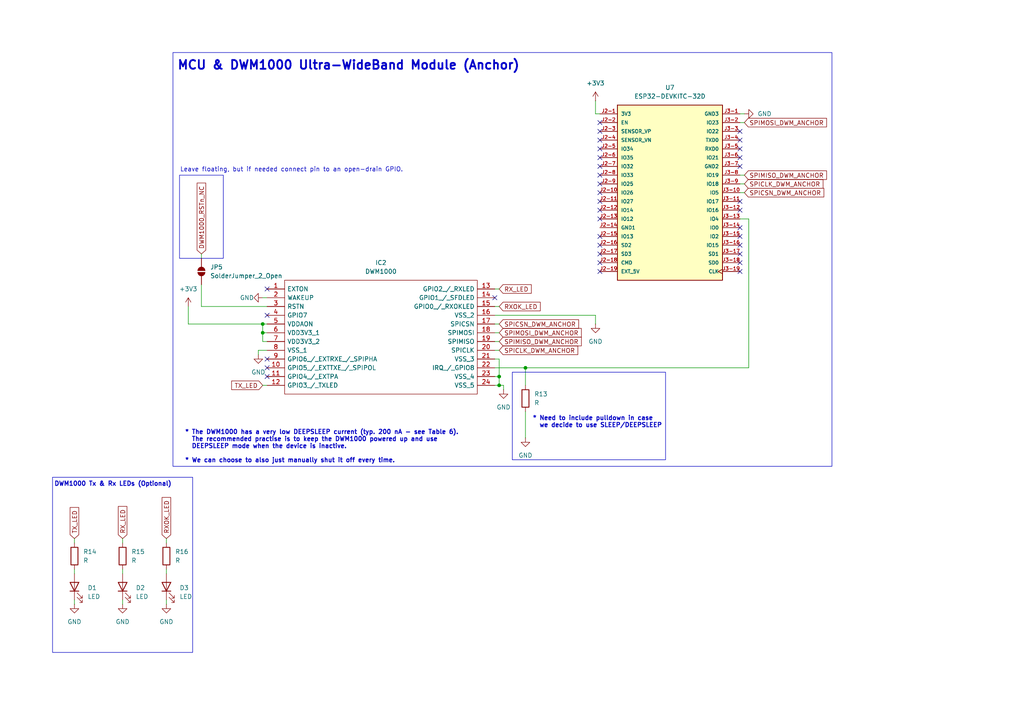
<source format=kicad_sch>
(kicad_sch (version 20231120) (generator "eeschema") (generator_version "8.0")
  (paper "A4")
  (lib_symbols
    (symbol "DWM1000_1" (pin_names (offset 0.762))
      (property "Reference" "IC" (at 62.23 7.62 0))
      (property "Value" "DWM1000" (at 62.23 5.08 0))
      (symbol "DWM1000_1_0_0"
        (pin passive line (at 0 0 0) (length 5.08) (name "EXTON") (number "1"))
        (pin passive line (at 0 -22.86 0) (length 5.08) (name "GPIO5_/_EXTTXE_/_SPIPOL") (number "10"))
        (pin passive line (at 0 -25.4 0) (length 5.08) (name "GPIO4_/_EXTPA") (number "11"))
        (pin passive line (at 0 -27.94 0) (length 5.08) (name "GPIO3_/_TXLED") (number "12"))
        (pin passive line (at 66.04 0 180) (length 5.08) (name "GPIO2_/_RXLED") (number "13"))
        (pin passive line (at 66.04 -2.54 180) (length 5.08) (name "GPIO1_/_SFDLED") (number "14"))
        (pin passive line (at 66.04 -5.08 180) (length 5.08) (name "GPIO0_/_RXOKLED") (number "15"))
        (pin passive line (at 66.04 -7.62 180) (length 5.08) (name "VSS_2") (number "16"))
        (pin passive line (at 66.04 -10.16 180) (length 5.08) (name "SPICSN") (number "17"))
        (pin passive line (at 66.04 -12.7 180) (length 5.08) (name "SPIMOSI") (number "18"))
        (pin passive line (at 66.04 -15.24 180) (length 5.08) (name "SPIMISO") (number "19"))
        (pin passive line (at 0 -2.54 0) (length 5.08) (name "WAKEUP") (number "2"))
        (pin passive line (at 66.04 -17.78 180) (length 5.08) (name "SPICLK") (number "20"))
        (pin passive line (at 66.04 -20.32 180) (length 5.08) (name "VSS_3") (number "21"))
        (pin passive line (at 66.04 -22.86 180) (length 5.08) (name "IRQ_/_GPIO8") (number "22"))
        (pin passive line (at 66.04 -25.4 180) (length 5.08) (name "VSS_4") (number "23"))
        (pin passive line (at 66.04 -27.94 180) (length 5.08) (name "VSS_5") (number "24"))
        (pin passive line (at 0 -5.08 0) (length 5.08) (name "RSTN") (number "3"))
        (pin passive line (at 0 -7.62 0) (length 5.08) (name "GPIO7") (number "4"))
        (pin passive line (at 0 -10.16 0) (length 5.08) (name "VDDAON") (number "5"))
        (pin passive line (at 0 -12.7 0) (length 5.08) (name "VDD3V3_1") (number "6"))
        (pin passive line (at 0 -15.24 0) (length 5.08) (name "VDD3V3_2") (number "7"))
        (pin passive line (at 0 -17.78 0) (length 5.08) (name "VSS_1") (number "8"))
        (pin passive line (at 0 -20.32 0) (length 5.08) (name "GPIO6_/_EXTRXE_/_SPIPHA") (number "9"))
      )
      (symbol "DWM1000_1_0_1"
        (polyline (pts (xy 5.08 2.54) (xy 60.96 2.54) (xy 60.96 -30.48) (xy 5.08 -30.48) (xy 5.08 2.54)) (stroke (width 0.1524)))
      )
    )
    (symbol "Device:LED" (pin_numbers hide) (pin_names (offset 1.016) hide)
      (property "Reference" "D" (at 0 2.54 0))
      (property "Value" "LED" (at 0 -2.54 0))
      (symbol "LED_0_1"
        (polyline (pts (xy -1.27 -1.27) (xy -1.27 1.27)) (stroke (width 0.254)))
        (polyline (pts (xy -1.27 0) (xy 1.27 0)))
        (polyline (pts (xy 1.27 -1.27) (xy 1.27 1.27) (xy -1.27 0) (xy 1.27 -1.27)) (stroke (width 0.254)))
        (polyline (pts (xy -3.048 -0.762) (xy -4.572 -2.286) (xy -3.81 -2.286) (xy -4.572 -2.286) (xy -4.572 -1.524)))
        (polyline (pts (xy -1.778 -0.762) (xy -3.302 -2.286) (xy -2.54 -2.286) (xy -3.302 -2.286) (xy -3.302 -1.524)))
      )
      (symbol "LED_1_1"
        (pin passive line (at -3.81 0 0) (length 2.54) (name "K") (number "1"))
        (pin passive line (at 3.81 0 180) (length 2.54) (name "A") (number "2"))
      )
    )
    (symbol "Device:R" (pin_numbers hide) (pin_names (offset 0))
      (property "Reference" "R" (at 2.032 0 90))
      (property "Value" "R" (at 0 0 90))
      (symbol "R_0_1"
        (rectangle (start -1.016 -2.54) (end 1.016 2.54) (stroke (width 0.254)))
      )
      (symbol "R_1_1"
        (pin passive line (at 0 3.81 270) (length 1.27) (name "~") (number "1"))
        (pin passive line (at 0 -3.81 90) (length 1.27) (name "~") (number "2"))
      )
    )
    (symbol "Jumper:SolderJumper_2_Open" (pin_numbers hide) (pin_names (offset 0) hide) (exclude_from_sim yes) (in_bom no)
      (property "Reference" "JP" (at 0 2.032 0))
      (property "Value" "SolderJumper_2_Open" (at 0 -2.54 0))
      (symbol "SolderJumper_2_Open_0_1"
        (arc (start -0.254 1.016) (mid -1.2656 0) (end -0.254 -1.016))
        (arc (start -0.254 1.016) (mid -1.2656 0) (end -0.254 -1.016) (fill (type outline)))
        (polyline (pts (xy -0.254 1.016) (xy -0.254 -1.016)))
        (polyline (pts (xy 0.254 1.016) (xy 0.254 -1.016)))
        (arc (start 0.254 -1.016) (mid 1.2656 0) (end 0.254 1.016))
        (arc (start 0.254 -1.016) (mid 1.2656 0) (end 0.254 1.016) (fill (type outline)))
      )
      (symbol "SolderJumper_2_Open_1_1"
        (pin passive line (at -3.81 0 0) (length 2.54) (name "A") (number "1"))
        (pin passive line (at 3.81 0 180) (length 2.54) (name "B") (number "2"))
      )
    )
    (symbol "capstone:ESP32-DEVKITC-32D" (pin_names (offset 1.016))
      (property "Reference" "U" (at -15.2572 26.0643 0))
      (property "Value" "ESP32-DEVKITC-32D" (at -15.2563 -27.9698 0))
      (symbol "ESP32-DEVKITC-32D_0_0"
        (rectangle (start -15.24 25.4) (end 15.24 -25.4) (stroke (width 0.254)) (fill (type background)))
        (pin power_in line (at -20.32 22.86 0) (length 5.08) (name "3V3") (number "J2-1"))
        (pin bidirectional line (at -20.32 0 0) (length 5.08) (name "IO26") (number "J2-10"))
        (pin bidirectional line (at -20.32 -2.54 0) (length 5.08) (name "IO27") (number "J2-11"))
        (pin bidirectional line (at -20.32 -5.08 0) (length 5.08) (name "IO14") (number "J2-12"))
        (pin bidirectional line (at -20.32 -7.62 0) (length 5.08) (name "IO12") (number "J2-13"))
        (pin power_in line (at -20.32 -10.16 0) (length 5.08) (name "GND1") (number "J2-14"))
        (pin bidirectional line (at -20.32 -12.7 0) (length 5.08) (name "IO13") (number "J2-15"))
        (pin bidirectional line (at -20.32 -15.24 0) (length 5.08) (name "SD2") (number "J2-16"))
        (pin bidirectional line (at -20.32 -17.78 0) (length 5.08) (name "SD3") (number "J2-17"))
        (pin bidirectional line (at -20.32 -20.32 0) (length 5.08) (name "CMD") (number "J2-18"))
        (pin power_in line (at -20.32 -22.86 0) (length 5.08) (name "EXT_5V") (number "J2-19"))
        (pin input line (at -20.32 20.32 0) (length 5.08) (name "EN") (number "J2-2"))
        (pin input line (at -20.32 17.78 0) (length 5.08) (name "SENSOR_VP") (number "J2-3"))
        (pin input line (at -20.32 15.24 0) (length 5.08) (name "SENSOR_VN") (number "J2-4"))
        (pin bidirectional line (at -20.32 12.7 0) (length 5.08) (name "IO34") (number "J2-5"))
        (pin bidirectional line (at -20.32 10.16 0) (length 5.08) (name "IO35") (number "J2-6"))
        (pin bidirectional line (at -20.32 7.62 0) (length 5.08) (name "IO32") (number "J2-7"))
        (pin bidirectional line (at -20.32 5.08 0) (length 5.08) (name "IO33") (number "J2-8"))
        (pin bidirectional line (at -20.32 2.54 0) (length 5.08) (name "IO25") (number "J2-9"))
        (pin power_in line (at 20.32 22.86 180) (length 5.08) (name "GND3") (number "J3-1"))
        (pin bidirectional line (at 20.32 0 180) (length 5.08) (name "IO5") (number "J3-10"))
        (pin bidirectional line (at 20.32 -2.54 180) (length 5.08) (name "IO17") (number "J3-11"))
        (pin bidirectional line (at 20.32 -5.08 180) (length 5.08) (name "IO16") (number "J3-12"))
        (pin bidirectional line (at 20.32 -7.62 180) (length 5.08) (name "IO4") (number "J3-13"))
        (pin bidirectional line (at 20.32 -10.16 180) (length 5.08) (name "IO0") (number "J3-14"))
        (pin bidirectional line (at 20.32 -12.7 180) (length 5.08) (name "IO2") (number "J3-15"))
        (pin bidirectional line (at 20.32 -15.24 180) (length 5.08) (name "IO15") (number "J3-16"))
        (pin bidirectional line (at 20.32 -17.78 180) (length 5.08) (name "SD1") (number "J3-17"))
        (pin bidirectional line (at 20.32 -20.32 180) (length 5.08) (name "SD0") (number "J3-18"))
        (pin input clock (at 20.32 -22.86 180) (length 5.08) (name "CLK") (number "J3-19"))
        (pin bidirectional line (at 20.32 20.32 180) (length 5.08) (name "IO23") (number "J3-2"))
        (pin bidirectional line (at 20.32 17.78 180) (length 5.08) (name "IO22") (number "J3-3"))
        (pin output line (at 20.32 15.24 180) (length 5.08) (name "TXD0") (number "J3-4"))
        (pin input line (at 20.32 12.7 180) (length 5.08) (name "RXD0") (number "J3-5"))
        (pin bidirectional line (at 20.32 10.16 180) (length 5.08) (name "IO21") (number "J3-6"))
        (pin power_in line (at 20.32 7.62 180) (length 5.08) (name "GND2") (number "J3-7"))
        (pin bidirectional line (at 20.32 5.08 180) (length 5.08) (name "IO19") (number "J3-8"))
        (pin bidirectional line (at 20.32 2.54 180) (length 5.08) (name "IO18") (number "J3-9"))
      )
    )
    (symbol "power:+3V3" (power) (pin_numbers hide) (pin_names (offset 0) hide)
      (property "Value" "+3V3" (at 0 3.556 0))
      (symbol "+3V3_0_1"
        (polyline (pts (xy -0.762 1.27) (xy 0 2.54)))
        (polyline (pts (xy 0 0) (xy 0 2.54)))
        (polyline (pts (xy 0 2.54) (xy 0.762 1.27)))
      )
      (symbol "+3V3_1_1"
        (pin power_in line (at 0 0 90) (length 0) (name "~") (number "1"))
      )
    )
    (symbol "power:GND" (power) (pin_numbers hide) (pin_names (offset 0) hide)
      (property "Value" "GND" (at 0 -3.81 0))
      (symbol "GND_0_1"
        (polyline (pts (xy 0 0) (xy 0 -1.27) (xy 1.27 -1.27) (xy 0 -2.54) (xy -1.27 -1.27) (xy 0 -1.27)))
      )
      (symbol "GND_1_1"
        (pin power_in line (at 0 0 270) (length 0) (name "~") (number "1"))
      )
    )
  )
  (junction (at 152.4 106.68))
  (junction (at 76.2 96.52))
  (junction (at 144.78 109.22))
  (junction (at 76.2 93.98))
  (junction (at 144.78 111.76))
  (no_connect (at 214.63 60.96))
  (no_connect (at 173.99 53.34))
  (no_connect (at 214.63 73.66))
  (no_connect (at 214.63 68.58))
  (no_connect (at 214.63 58.42))
  (no_connect (at 173.99 48.26))
  (no_connect (at 214.63 48.26))
  (no_connect (at 214.63 66.04))
  (no_connect (at 77.47 104.14))
  (no_connect (at 173.99 76.2))
  (no_connect (at 173.99 71.12))
  (no_connect (at 173.99 40.64))
  (no_connect (at 214.63 40.64))
  (no_connect (at 173.99 68.58))
  (no_connect (at 173.99 35.56))
  (no_connect (at 214.63 38.1))
  (no_connect (at 77.47 106.68))
  (no_connect (at 214.63 43.18))
  (no_connect (at 214.63 45.72))
  (no_connect (at 214.63 76.2))
  (no_connect (at 214.63 78.74))
  (no_connect (at 77.47 109.22))
  (no_connect (at 77.47 83.82))
  (no_connect (at 173.99 78.74))
  (no_connect (at 173.99 43.18))
  (no_connect (at 173.99 60.96))
  (no_connect (at 214.63 71.12))
  (no_connect (at 173.99 50.8))
  (no_connect (at 173.99 73.66))
  (no_connect (at 173.99 45.72))
  (no_connect (at 173.99 63.5))
  (no_connect (at 173.99 38.1))
  (no_connect (at 143.51 86.36))
  (no_connect (at 77.47 91.44))
  (no_connect (at 173.99 55.88))
  (no_connect (at 173.99 58.42))
  (wire (pts (xy 76.2 96.52) (xy 77.47 96.52)))
  (wire (pts (xy 76.2 93.98) (xy 76.2 96.52)))
  (wire (pts (xy 76.2 99.06) (xy 77.47 99.06)))
  (wire (pts (xy 152.4 106.68) (xy 217.17 106.68)))
  (wire (pts (xy 217.17 63.5) (xy 217.17 106.68)))
  (wire (pts (xy 172.72 29.21) (xy 172.72 33.02)))
  (wire (pts (xy 48.26 156.21) (xy 48.26 157.48)))
  (wire (pts (xy 35.56 173.99) (xy 35.56 175.26)))
  (wire (pts (xy 152.4 111.76) (xy 152.4 106.68)))
  (wire (pts (xy 215.9 35.56) (xy 214.63 35.56)))
  (wire (pts (xy 215.9 33.02) (xy 214.63 33.02)))
  (wire (pts (xy 21.59 156.21) (xy 21.59 157.48)))
  (wire (pts (xy 215.9 53.34) (xy 214.63 53.34)))
  (wire (pts (xy 173.99 33.02) (xy 172.72 33.02)))
  (wire (pts (xy 35.56 165.1) (xy 35.56 166.37)))
  (wire (pts (xy 144.78 104.14) (xy 144.78 109.22)))
  (wire (pts (xy 144.78 93.98) (xy 143.51 93.98)))
  (wire (pts (xy 215.9 50.8) (xy 214.63 50.8)))
  (wire (pts (xy 144.78 111.76) (xy 146.05 111.76)))
  (wire (pts (xy 144.78 88.9) (xy 143.51 88.9)))
  (wire (pts (xy 35.56 156.21) (xy 35.56 157.48)))
  (wire (pts (xy 76.2 111.76) (xy 77.47 111.76)))
  (wire (pts (xy 144.78 83.82) (xy 143.51 83.82)))
  (wire (pts (xy 144.78 109.22) (xy 143.51 109.22)))
  (wire (pts (xy 76.2 96.52) (xy 76.2 99.06)))
  (wire (pts (xy 74.93 101.6) (xy 74.93 102.87)))
  (wire (pts (xy 144.78 99.06) (xy 143.51 99.06)))
  (wire (pts (xy 54.61 93.98) (xy 54.61 88.9)))
  (wire (pts (xy 172.72 91.44) (xy 172.72 93.98)))
  (wire (pts (xy 48.26 173.99) (xy 48.26 175.26)))
  (wire (pts (xy 77.47 101.6) (xy 74.93 101.6)))
  (wire (pts (xy 144.78 96.52) (xy 143.51 96.52)))
  (wire (pts (xy 21.59 165.1) (xy 21.59 166.37)))
  (wire (pts (xy 143.51 111.76) (xy 144.78 111.76)))
  (wire (pts (xy 21.59 173.99) (xy 21.59 175.26)))
  (wire (pts (xy 58.42 73.66) (xy 58.42 74.93)))
  (wire (pts (xy 144.78 101.6) (xy 143.51 101.6)))
  (wire (pts (xy 143.51 104.14) (xy 144.78 104.14)))
  (wire (pts (xy 143.51 106.68) (xy 152.4 106.68)))
  (wire (pts (xy 144.78 111.76) (xy 144.78 109.22)))
  (wire (pts (xy 143.51 91.44) (xy 172.72 91.44)))
  (wire (pts (xy 58.42 82.55) (xy 58.42 88.9)))
  (wire (pts (xy 77.47 88.9) (xy 58.42 88.9)))
  (wire (pts (xy 214.63 63.5) (xy 217.17 63.5)))
  (wire (pts (xy 146.05 111.76) (xy 146.05 113.03)))
  (wire (pts (xy 152.4 127) (xy 152.4 119.38)))
  (wire (pts (xy 215.9 55.88) (xy 214.63 55.88)))
  (wire (pts (xy 76.2 86.36) (xy 77.47 86.36)))
  (wire (pts (xy 48.26 165.1) (xy 48.26 166.37)))
  (wire (pts (xy 77.47 93.98) (xy 76.2 93.98)))
  (wire (pts (xy 76.2 93.98) (xy 54.61 93.98)))
  (rectangle (start 50.165 15.24) (end 241.3 135.255))
  (rectangle (start 52.07 50.8) (end 64.77 74.93))
  (rectangle (start 15.24 138.43) (end 55.88 189.23))
  (rectangle (start 148.59 107.95) (end 193.04 133.35))
  (text "* The DWM1000 has a very low DEEPSLEEP current (typ. 200 nA - see Table 6).\n  The recommended practise is to keep the DWM1000 powered up and use \n  DEEPSLEEP mode when the device is inactive.\n\n* We can choose to also just manually shut it off every time." (at 53.594 129.54 0) (effects (font (size 1.27 1.27) (bold yes)) (justify left)))
  (text "MCU & DWM1000 Ultra-WideBand Module (Anchor)" (at 101.092 19.05 0) (effects (font (size 2.54 2.54) (thickness 0.508) (bold yes))))
  (text "DWM1000 Tx & Rx LEDs (Optional)" (at 32.766 140.462 0) (effects (font (size 1.27 1.27) (thickness 0.254) (bold yes))))
  (text "Leave floating, but if needed connect pin to an open-drain GPIO." (at 84.582 49.276 0) (effects (font (size 1.27 1.27))))
  (text "* Need to include pulldown in case \n  we decide to use SLEEP/DEEPSLEEP" (at 154.432 122.428 0) (effects (font (size 1.27 1.27) (bold yes)) (justify left)))
  (global_label "RX_LED" (shape input) (at 144.78 83.82 0) (property "Intersheetrefs" "${INTERSHEET_REFS}" (effects (hide yes))))
  (global_label "SPICSN_DWM_ANCHOR" (shape input) (at 215.9 55.88 0) (property "Intersheetrefs" "${INTERSHEET_REFS}" (effects (hide yes))))
  (global_label "DWM1000_RSTn_NC" (shape input) (at 58.42 73.66 90) (property "Intersheetrefs" "${INTERSHEET_REFS}" (effects (hide yes))))
  (global_label "SPIMOSI_DWM_ANCHOR" (shape input) (at 215.9 35.56 0) (property "Intersheetrefs" "${INTERSHEET_REFS}" (effects (hide yes))))
  (global_label "TX_LED" (shape input) (at 21.59 156.21 90) (property "Intersheetrefs" "${INTERSHEET_REFS}" (effects (hide yes))))
  (global_label "RXOK_LED" (shape input) (at 48.26 156.21 90) (property "Intersheetrefs" "${INTERSHEET_REFS}" (effects (hide yes))))
  (global_label "TX_LED" (shape input) (at 76.2 111.76 180) (property "Intersheetrefs" "${INTERSHEET_REFS}" (effects (hide yes))))
  (global_label "SPIMOSI_DWM_ANCHOR" (shape input) (at 144.78 96.52 0) (property "Intersheetrefs" "${INTERSHEET_REFS}" (effects (hide yes))))
  (global_label "RXOK_LED" (shape input) (at 144.78 88.9 0) (property "Intersheetrefs" "${INTERSHEET_REFS}" (effects (hide yes))))
  (global_label "SPIMISO_DWM_ANCHOR" (shape input) (at 215.9 50.8 0) (property "Intersheetrefs" "${INTERSHEET_REFS}" (effects (hide yes))))
  (global_label "SPICLK_DWM_ANCHOR" (shape input) (at 144.78 101.6 0) (property "Intersheetrefs" "${INTERSHEET_REFS}" (effects (hide yes))))
  (global_label "SPICLK_DWM_ANCHOR" (shape input) (at 215.9 53.34 0) (property "Intersheetrefs" "${INTERSHEET_REFS}" (effects (hide yes))))
  (global_label "SPICSN_DWM_ANCHOR" (shape input) (at 144.78 93.98 0) (property "Intersheetrefs" "${INTERSHEET_REFS}" (effects (hide yes))))
  (global_label "SPIMISO_DWM_ANCHOR" (shape input) (at 144.78 99.06 0) (property "Intersheetrefs" "${INTERSHEET_REFS}" (effects (hide yes))))
  (global_label "RX_LED" (shape input) (at 35.56 156.21 90) (property "Intersheetrefs" "${INTERSHEET_REFS}" (effects (hide yes))))
  (symbol (lib_id "Device:LED") (at 21.59 170.18 90) (unit 1)
    (property "Reference" "D1" (at 25.4 170.4974 90) (effects (justify right)))
    (property "Value" "LED" (at 25.4 173.0374 90) (effects (justify right)))
    (property "Description" "Light emitting diode" (effects (hide yes)))
  )
  (symbol (lib_id "Device:LED") (at 48.26 170.18 90) (unit 1)
    (property "Reference" "D3" (at 52.07 170.4974 90) (effects (justify right)))
    (property "Value" "LED" (at 52.07 173.0374 90) (effects (justify right)))
    (property "Description" "Light emitting diode" (effects (hide yes)))
  )
  (symbol (lib_id "power:GND") (at 215.9 33.02 90) (unit 1)
    (property "Reference" "#PWR057" (effects (hide yes)))
    (property "Value" "GND" (at 219.71 33.0199 90) (effects (justify right)))
    (property "Description" "Power symbol creates a global label with name \"GND\" , ground" (effects (hide yes)))
  )
  (symbol (lib_id "power:GND") (at 35.56 175.26 0) (unit 1)
    (property "Reference" "#PWR055" (effects (hide yes)))
    (property "Value" "GND" (at 35.56 180.34 0))
    (property "Description" "Power symbol creates a global label with name \"GND\" , ground" (effects (hide yes)))
  )
  (symbol (lib_id "Device:R") (at 35.56 161.29 0) (unit 1)
    (property "Reference" "R15" (at 38.1 160.0199 0) (effects (justify left)))
    (property "Value" "R" (at 38.1 162.5599 0) (effects (justify left)))
    (property "Description" "Resistor" (effects (hide yes)))
  )
  (symbol (lib_id "power:+3V3") (at 172.72 29.21 0) (unit 1)
    (property "Reference" "#PWR049" (effects (hide yes)))
    (property "Value" "+3V3" (at 172.72 24.13 0))
    (property "Description" "Power symbol creates a global label with name \"+3V3\"" (effects (hide yes)))
  )
  (symbol (lib_id "capstone:ESP32-DEVKITC-32D") (at 194.31 55.88 0) (unit 1)
    (property "Reference" "U7" (at 194.31 25.4 0))
    (property "Value" "ESP32-DEVKITC-32D" (at 194.31 27.94 0))
    (property "Footprint" "ESP32-DEVKITC-32D:MODULE_ESP32-DEVKITC-32D" (effects (hide yes)))
    (property "Datasheet" "https://www.espressif.com/sites/default/files/documentation/esp32-wroom-32d_esp32-wroom-32u_datasheet_en.pdf" (effects (hide yes)))
    (property "PARTREV" "V4" (effects (hide yes)))
    (property "STANDARD" "Manufacturer Recommendations" (effects (hide yes)))
    (property "SNAPEDA_PN" "ESP32-DEVKITC-32D" (effects (hide yes)))
    (property "MAXIMUM_PACKAGE_HEIGHT" "N/A" (effects (hide yes)))
    (property "MANUFACTURER" "Espressif Systems" (effects (hide yes)))
  )
  (symbol (lib_id "power:GND") (at 74.93 102.87 0) (unit 1)
    (property "Reference" "#PWR089" (effects (hide yes)))
    (property "Value" "GND" (at 74.93 107.95 0))
    (property "Description" "Power symbol creates a global label with name \"GND\" , ground" (effects (hide yes)))
  )
  (symbol (lib_id "power:GND") (at 172.72 93.98 0) (unit 1)
    (property "Reference" "#PWR040" (effects (hide yes)))
    (property "Value" "GND" (at 172.72 99.06 0))
    (property "Description" "Power symbol creates a global label with name \"GND\" , ground" (effects (hide yes)))
  )
  (symbol (lib_id "power:GND") (at 48.26 175.26 0) (unit 1)
    (property "Reference" "#PWR053" (effects (hide yes)))
    (property "Value" "GND" (at 48.26 180.34 0))
    (property "Description" "Power symbol creates a global label with name \"GND\" , ground" (effects (hide yes)))
  )
  (symbol (lib_id "power:GND") (at 21.59 175.26 0) (unit 1)
    (property "Reference" "#PWR054" (effects (hide yes)))
    (property "Value" "GND" (at 21.59 180.34 0))
    (property "Description" "Power symbol creates a global label with name \"GND\" , ground" (effects (hide yes)))
  )
  (symbol (lib_id "Device:R") (at 48.26 161.29 0) (unit 1)
    (property "Reference" "R16" (at 50.8 160.0199 0) (effects (justify left)))
    (property "Value" "R" (at 50.8 162.5599 0) (effects (justify left)))
    (property "Description" "Resistor" (effects (hide yes)))
  )
  (symbol (lib_id "Device:R") (at 21.59 161.29 0) (unit 1)
    (property "Reference" "R14" (at 24.13 160.0199 0) (effects (justify left)))
    (property "Value" "R" (at 24.13 162.5599 0) (effects (justify left)))
    (property "Description" "Resistor" (effects (hide yes)))
  )
  (symbol (lib_id "Device:LED") (at 35.56 170.18 90) (unit 1)
    (property "Reference" "D2" (at 39.37 170.4974 90) (effects (justify right)))
    (property "Value" "LED" (at 39.37 173.0374 90) (effects (justify right)))
    (property "Description" "Light emitting diode" (effects (hide yes)))
  )
  (symbol (lib_id "power:GND") (at 146.05 113.03 0) (unit 1)
    (property "Reference" "#PWR042" (effects (hide yes)))
    (property "Value" "GND" (at 146.05 118.11 0))
    (property "Description" "Power symbol creates a global label with name \"GND\" , ground" (effects (hide yes)))
  )
  (symbol (lib_id "Jumper:SolderJumper_2_Open") (at 58.42 78.74 90) (unit 1) (exclude_from_sim yes) (in_bom no)
    (property "Reference" "JP5" (at 60.96 77.4699 90) (effects (justify right)))
    (property "Value" "SolderJumper_2_Open" (at 60.96 80.0099 90) (effects (justify right)))
    (property "Description" "Solder Jumper, 2-pole, open" (effects (hide yes)))
  )
  (symbol (lib_id "power:GND") (at 76.2 86.36 270) (unit 1)
    (property "Reference" "#PWR088" (effects (hide yes)))
    (property "Value" "GND" (at 73.66 86.3599 90) (effects (justify right)))
    (property "Description" "Power symbol creates a global label with name \"GND\" , ground" (effects (hide yes)))
  )
  (symbol (lib_name "DWM1000_1") (lib_id "capstone:DWM1000") (at 77.47 83.82 0) (unit 1)
    (property "Reference" "IC2" (at 110.49 76.2 0))
    (property "Value" "DWM1000" (at 110.49 78.74 0))
    (property "Footprint" "DWM1000" (effects (hide yes)))
    (property "Datasheet" "https://www.qorvo.com/products/d/da007948" (effects (hide yes)))
    (property "Description" "3.5 - 6.5 GHz Ultra-Wideband (UWB) Transceiver Module" (effects (hide yes)))
    (property "Description_1" "3.5 - 6.5 GHz Ultra-Wideband (UWB) Transceiver Module" (effects (hide yes)))
    (property "Height" "3.15" (effects (hide yes)))
    (property "Manufacturer_Name" "Qorvo" (effects (hide yes)))
    (property "Manufacturer_Part_Number" "DWM1000" (effects (hide yes)))
    (property "Mouser Part Number" "772-DWM1000" (effects (hide yes)))
    (property "Mouser Price/Stock" "https://www.mouser.co.uk/ProductDetail/Qorvo/DWM1000?qs=TiOZkKH1s2R6b5D6df63Pg%3D%3D" (effects (hide yes)))
  )
  (symbol (lib_id "Device:R") (at 152.4 115.57 0) (unit 1)
    (property "Reference" "R13" (at 154.94 114.2999 0) (effects (justify left)))
    (property "Value" "R" (at 154.94 116.8399 0) (effects (justify left)))
    (property "Description" "Resistor" (effects (hide yes)))
  )
  (symbol (lib_id "power:+3V3") (at 54.61 88.9 0) (unit 1)
    (property "Reference" "#PWR090" (effects (hide yes)))
    (property "Value" "+3V3" (at 54.61 83.82 0))
    (property "Description" "Power symbol creates a global label with name \"+3V3\"" (effects (hide yes)))
  )
  (symbol (lib_id "power:GND") (at 152.4 127 0) (unit 1)
    (property "Reference" "#PWR056" (effects (hide yes)))
    (property "Value" "GND" (at 152.4 132.08 0))
    (property "Description" "Power symbol creates a global label with name \"GND\" , ground" (effects (hide yes)))
  )
)
</source>
